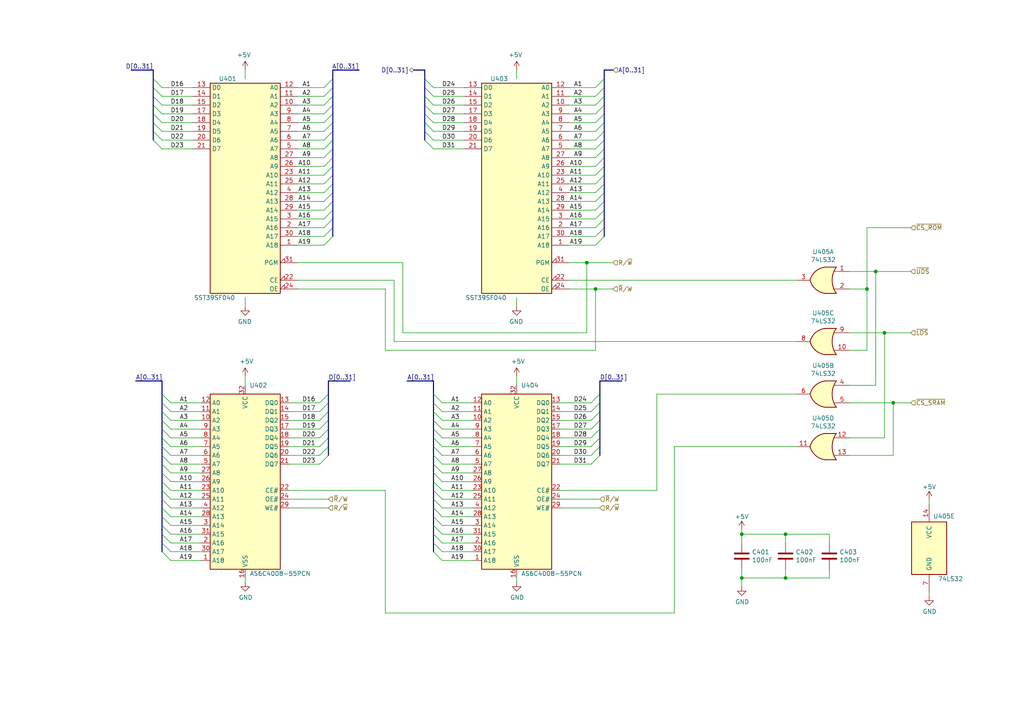
<source format=kicad_sch>
(kicad_sch (version 20211123) (generator eeschema)
  (paper "A4")
  (lib_symbols
    (symbol "74xx:74LS32" (pin_names (offset 1.016))
      (property "Reference" "U" (at 0 1.27 0))
      (property "Value" "74LS32" (at 0 -1.27 0))
      (symbol "74LS32_1_1"
        (arc (start -3.81 -3.81) (mid -2.589 0) (end -3.81 3.81) (stroke (width 0.254)))
        (arc (start -0.6096 -3.81) (mid 2.1855 -2.584) (end 3.81 0) (stroke (width 0.254)) (fill (type background)))
        (polyline (pts (xy -3.81 -3.81) (xy -0.635 -3.81)) (stroke (width 0.254)) (fill (type background)))
        (polyline (pts (xy -3.81 3.81) (xy -0.635 3.81)) (stroke (width 0.254)) (fill (type background)))
        (polyline (pts (xy -0.635 3.81) (xy -3.81 3.81) (xy -3.81 3.81) (xy -3.556 3.4036) (xy -3.0226 2.2606) (xy -2.6924 1.0414) (xy -2.6162 -0.254) (xy -2.7686 -1.4986) (xy -3.175 -2.7178) (xy -3.81 -3.81) (xy -3.81 -3.81) (xy -0.635 -3.81)) (stroke (width -25.4)) (fill (type background)))
        (arc (start 3.81 0) (mid 2.1928 2.5925) (end -0.6096 3.81) (stroke (width 0.254)) (fill (type background)))
        (pin input line (at -7.62 2.54 0) (length 4.318) (name "~") (number "1"))
        (pin input line (at -7.62 -2.54 0) (length 4.318) (name "~") (number "2"))
        (pin output line (at 7.62 0 180) (length 3.81) (name "~") (number "3"))
      )
      (symbol "74LS32_1_2"
        (arc (start 0 -3.81) (mid 3.81 0) (end 0 3.81) (stroke (width 0.254)) (fill (type background)))
        (polyline (pts (xy 0 3.81) (xy -3.81 3.81) (xy -3.81 -3.81) (xy 0 -3.81)) (stroke (width 0.254)) (fill (type background)))
        (pin input inverted (at -7.62 2.54 0) (length 3.81) (name "~") (number "1"))
        (pin input inverted (at -7.62 -2.54 0) (length 3.81) (name "~") (number "2"))
        (pin output inverted (at 7.62 0 180) (length 3.81) (name "~") (number "3"))
      )
      (symbol "74LS32_2_1"
        (arc (start -3.81 -3.81) (mid -2.589 0) (end -3.81 3.81) (stroke (width 0.254)))
        (arc (start -0.6096 -3.81) (mid 2.1855 -2.584) (end 3.81 0) (stroke (width 0.254)) (fill (type background)))
        (polyline (pts (xy -3.81 -3.81) (xy -0.635 -3.81)) (stroke (width 0.254)) (fill (type background)))
        (polyline (pts (xy -3.81 3.81) (xy -0.635 3.81)) (stroke (width 0.254)) (fill (type background)))
        (polyline (pts (xy -0.635 3.81) (xy -3.81 3.81) (xy -3.81 3.81) (xy -3.556 3.4036) (xy -3.0226 2.2606) (xy -2.6924 1.0414) (xy -2.6162 -0.254) (xy -2.7686 -1.4986) (xy -3.175 -2.7178) (xy -3.81 -3.81) (xy -3.81 -3.81) (xy -0.635 -3.81)) (stroke (width -25.4)) (fill (type background)))
        (arc (start 3.81 0) (mid 2.1928 2.5925) (end -0.6096 3.81) (stroke (width 0.254)) (fill (type background)))
        (pin input line (at -7.62 2.54 0) (length 4.318) (name "~") (number "4"))
        (pin input line (at -7.62 -2.54 0) (length 4.318) (name "~") (number "5"))
        (pin output line (at 7.62 0 180) (length 3.81) (name "~") (number "6"))
      )
      (symbol "74LS32_2_2"
        (arc (start 0 -3.81) (mid 3.81 0) (end 0 3.81) (stroke (width 0.254)) (fill (type background)))
        (polyline (pts (xy 0 3.81) (xy -3.81 3.81) (xy -3.81 -3.81) (xy 0 -3.81)) (stroke (width 0.254)) (fill (type background)))
        (pin input inverted (at -7.62 2.54 0) (length 3.81) (name "~") (number "4"))
        (pin input inverted (at -7.62 -2.54 0) (length 3.81) (name "~") (number "5"))
        (pin output inverted (at 7.62 0 180) (length 3.81) (name "~") (number "6"))
      )
      (symbol "74LS32_3_1"
        (arc (start -3.81 -3.81) (mid -2.589 0) (end -3.81 3.81) (stroke (width 0.254)))
        (arc (start -0.6096 -3.81) (mid 2.1855 -2.584) (end 3.81 0) (stroke (width 0.254)) (fill (type background)))
        (polyline (pts (xy -3.81 -3.81) (xy -0.635 -3.81)) (stroke (width 0.254)) (fill (type background)))
        (polyline (pts (xy -3.81 3.81) (xy -0.635 3.81)) (stroke (width 0.254)) (fill (type background)))
        (polyline (pts (xy -0.635 3.81) (xy -3.81 3.81) (xy -3.81 3.81) (xy -3.556 3.4036) (xy -3.0226 2.2606) (xy -2.6924 1.0414) (xy -2.6162 -0.254) (xy -2.7686 -1.4986) (xy -3.175 -2.7178) (xy -3.81 -3.81) (xy -3.81 -3.81) (xy -0.635 -3.81)) (stroke (width -25.4)) (fill (type background)))
        (arc (start 3.81 0) (mid 2.1928 2.5925) (end -0.6096 3.81) (stroke (width 0.254)) (fill (type background)))
        (pin input line (at -7.62 -2.54 0) (length 4.318) (name "~") (number "10"))
        (pin output line (at 7.62 0 180) (length 3.81) (name "~") (number "8"))
        (pin input line (at -7.62 2.54 0) (length 4.318) (name "~") (number "9"))
      )
      (symbol "74LS32_3_2"
        (arc (start 0 -3.81) (mid 3.81 0) (end 0 3.81) (stroke (width 0.254)) (fill (type background)))
        (polyline (pts (xy 0 3.81) (xy -3.81 3.81) (xy -3.81 -3.81) (xy 0 -3.81)) (stroke (width 0.254)) (fill (type background)))
        (pin input inverted (at -7.62 -2.54 0) (length 3.81) (name "~") (number "10"))
        (pin output inverted (at 7.62 0 180) (length 3.81) (name "~") (number "8"))
        (pin input inverted (at -7.62 2.54 0) (length 3.81) (name "~") (number "9"))
      )
      (symbol "74LS32_4_1"
        (arc (start -3.81 -3.81) (mid -2.589 0) (end -3.81 3.81) (stroke (width 0.254)))
        (arc (start -0.6096 -3.81) (mid 2.1855 -2.584) (end 3.81 0) (stroke (width 0.254)) (fill (type background)))
        (polyline (pts (xy -3.81 -3.81) (xy -0.635 -3.81)) (stroke (width 0.254)) (fill (type background)))
        (polyline (pts (xy -3.81 3.81) (xy -0.635 3.81)) (stroke (width 0.254)) (fill (type background)))
        (polyline (pts (xy -0.635 3.81) (xy -3.81 3.81) (xy -3.81 3.81) (xy -3.556 3.4036) (xy -3.0226 2.2606) (xy -2.6924 1.0414) (xy -2.6162 -0.254) (xy -2.7686 -1.4986) (xy -3.175 -2.7178) (xy -3.81 -3.81) (xy -3.81 -3.81) (xy -0.635 -3.81)) (stroke (width -25.4)) (fill (type background)))
        (arc (start 3.81 0) (mid 2.1928 2.5925) (end -0.6096 3.81) (stroke (width 0.254)) (fill (type background)))
        (pin output line (at 7.62 0 180) (length 3.81) (name "~") (number "11"))
        (pin input line (at -7.62 2.54 0) (length 4.318) (name "~") (number "12"))
        (pin input line (at -7.62 -2.54 0) (length 4.318) (name "~") (number "13"))
      )
      (symbol "74LS32_4_2"
        (arc (start 0 -3.81) (mid 3.81 0) (end 0 3.81) (stroke (width 0.254)) (fill (type background)))
        (polyline (pts (xy 0 3.81) (xy -3.81 3.81) (xy -3.81 -3.81) (xy 0 -3.81)) (stroke (width 0.254)) (fill (type background)))
        (pin output inverted (at 7.62 0 180) (length 3.81) (name "~") (number "11"))
        (pin input inverted (at -7.62 2.54 0) (length 3.81) (name "~") (number "12"))
        (pin input inverted (at -7.62 -2.54 0) (length 3.81) (name "~") (number "13"))
      )
      (symbol "74LS32_5_0"
        (pin power_in line (at 0 12.7 270) (length 5.08) (name "VCC") (number "14"))
        (pin power_in line (at 0 -12.7 90) (length 5.08) (name "GND") (number "7"))
      )
      (symbol "74LS32_5_1"
        (rectangle (start -5.08 7.62) (end 5.08 -7.62) (stroke (width 0.254)) (fill (type background)))
      )
    )
    (symbol "Device:C" (pin_numbers hide) (pin_names (offset 0.254))
      (property "Reference" "C" (at 0.635 2.54 0))
      (property "Value" "C" (at 0.635 -2.54 0))
      (symbol "C_0_1"
        (polyline (pts (xy -2.032 -0.762) (xy 2.032 -0.762)) (stroke (width 0.508)))
        (polyline (pts (xy -2.032 0.762) (xy 2.032 0.762)) (stroke (width 0.508)))
      )
      (symbol "C_1_1"
        (pin passive line (at 0 3.81 270) (length 2.794) (name "~") (number "1"))
        (pin passive line (at 0 -3.81 90) (length 2.794) (name "~") (number "2"))
      )
    )
    (symbol "Memory_Flash:SST39SF040"
      (property "Reference" "U" (at 2.54 33.02 0))
      (property "Value" "SST39SF040" (at 0 -30.48 0))
      (symbol "SST39SF040_0_0"
        (pin power_in line (at 0 -30.48 90) (length 1.27) hide (name "GND") (number "16"))
        (pin power_in line (at 0 33.02 270) (length 1.27) hide (name "VCC") (number "32"))
      )
      (symbol "SST39SF040_0_1"
        (rectangle (start -10.16 31.75) (end 10.16 -29.21) (stroke (width 0.254)) (fill (type background)))
      )
      (symbol "SST39SF040_1_1"
        (pin input line (at -15.24 -15.24 0) (length 5.08) (name "A18") (number "1"))
        (pin input line (at -15.24 25.4 0) (length 5.08) (name "A2") (number "10"))
        (pin input line (at -15.24 27.94 0) (length 5.08) (name "A1") (number "11"))
        (pin input line (at -15.24 30.48 0) (length 5.08) (name "A0") (number "12"))
        (pin tri_state line (at 15.24 30.48 180) (length 5.08) (name "D0") (number "13"))
        (pin tri_state line (at 15.24 27.94 180) (length 5.08) (name "D1") (number "14"))
        (pin tri_state line (at 15.24 25.4 180) (length 5.08) (name "D2") (number "15"))
        (pin tri_state line (at 15.24 22.86 180) (length 5.08) (name "D3") (number "17"))
        (pin tri_state line (at 15.24 20.32 180) (length 5.08) (name "D4") (number "18"))
        (pin tri_state line (at 15.24 17.78 180) (length 5.08) (name "D5") (number "19"))
        (pin input line (at -15.24 -10.16 0) (length 5.08) (name "A16") (number "2"))
        (pin tri_state line (at 15.24 15.24 180) (length 5.08) (name "D6") (number "20"))
        (pin tri_state line (at 15.24 12.7 180) (length 5.08) (name "D7") (number "21"))
        (pin input input_low (at -15.24 -25.4 0) (length 5.08) (name "CE") (number "22"))
        (pin input line (at -15.24 5.08 0) (length 5.08) (name "A10") (number "23"))
        (pin input input_low (at -15.24 -27.94 0) (length 5.08) (name "OE") (number "24"))
        (pin input line (at -15.24 2.54 0) (length 5.08) (name "A11") (number "25"))
        (pin input line (at -15.24 7.62 0) (length 5.08) (name "A9") (number "26"))
        (pin input line (at -15.24 10.16 0) (length 5.08) (name "A8") (number "27"))
        (pin input line (at -15.24 -2.54 0) (length 5.08) (name "A13") (number "28"))
        (pin input line (at -15.24 -5.08 0) (length 5.08) (name "A14") (number "29"))
        (pin input line (at -15.24 -7.62 0) (length 5.08) (name "A15") (number "3"))
        (pin input line (at -15.24 -12.7 0) (length 5.08) (name "A17") (number "30"))
        (pin input input_low (at -15.24 -20.32 0) (length 5.08) (name "PGM") (number "31"))
        (pin input line (at -15.24 0 0) (length 5.08) (name "A12") (number "4"))
        (pin input line (at -15.24 12.7 0) (length 5.08) (name "A7") (number "5"))
        (pin input line (at -15.24 15.24 0) (length 5.08) (name "A6") (number "6"))
        (pin input line (at -15.24 17.78 0) (length 5.08) (name "A5") (number "7"))
        (pin input line (at -15.24 20.32 0) (length 5.08) (name "A4") (number "8"))
        (pin input line (at -15.24 22.86 0) (length 5.08) (name "A3") (number "9"))
      )
    )
    (symbol "Memory_RAM:AS6C4008-55PCN"
      (property "Reference" "U" (at -10.16 26.035 0))
      (property "Value" "AS6C4008-55PCN" (at 2.54 26.035 0))
      (symbol "AS6C4008-55PCN_0_0"
        (pin power_in line (at 0 -27.94 90) (length 2.54) (name "VSS") (number "16"))
        (pin power_in line (at 0 27.94 270) (length 2.54) (name "VCC") (number "32"))
      )
      (symbol "AS6C4008-55PCN_0_1"
        (rectangle (start -10.16 25.4) (end 10.16 -25.4) (stroke (width 0.254)) (fill (type background)))
      )
      (symbol "AS6C4008-55PCN_1_1"
        (pin input line (at -12.7 -22.86 0) (length 2.54) (name "A18") (number "1"))
        (pin input line (at -12.7 17.78 0) (length 2.54) (name "A2") (number "10"))
        (pin input line (at -12.7 20.32 0) (length 2.54) (name "A1") (number "11"))
        (pin input line (at -12.7 22.86 0) (length 2.54) (name "A0") (number "12"))
        (pin tri_state line (at 12.7 22.86 180) (length 2.54) (name "DQ0") (number "13"))
        (pin tri_state line (at 12.7 20.32 180) (length 2.54) (name "DQ1") (number "14"))
        (pin tri_state line (at 12.7 17.78 180) (length 2.54) (name "DQ2") (number "15"))
        (pin tri_state line (at 12.7 15.24 180) (length 2.54) (name "DQ3") (number "17"))
        (pin tri_state line (at 12.7 12.7 180) (length 2.54) (name "DQ4") (number "18"))
        (pin tri_state line (at 12.7 10.16 180) (length 2.54) (name "DQ5") (number "19"))
        (pin input line (at -12.7 -17.78 0) (length 2.54) (name "A16") (number "2"))
        (pin tri_state line (at 12.7 7.62 180) (length 2.54) (name "DQ6") (number "20"))
        (pin tri_state line (at 12.7 5.08 180) (length 2.54) (name "DQ7") (number "21"))
        (pin input line (at 12.7 -2.54 180) (length 2.54) (name "CE#") (number "22"))
        (pin input line (at -12.7 -2.54 0) (length 2.54) (name "A10") (number "23"))
        (pin input line (at 12.7 -5.08 180) (length 2.54) (name "OE#") (number "24"))
        (pin input line (at -12.7 -5.08 0) (length 2.54) (name "A11") (number "25"))
        (pin input line (at -12.7 0 0) (length 2.54) (name "A9") (number "26"))
        (pin input line (at -12.7 2.54 0) (length 2.54) (name "A8") (number "27"))
        (pin input line (at -12.7 -10.16 0) (length 2.54) (name "A13") (number "28"))
        (pin input line (at 12.7 -7.62 180) (length 2.54) (name "WE#") (number "29"))
        (pin input line (at -12.7 -12.7 0) (length 2.54) (name "A14") (number "3"))
        (pin input line (at -12.7 -20.32 0) (length 2.54) (name "A17") (number "30"))
        (pin input line (at -12.7 -15.24 0) (length 2.54) (name "A15") (number "31"))
        (pin input line (at -12.7 -7.62 0) (length 2.54) (name "A12") (number "4"))
        (pin input line (at -12.7 5.08 0) (length 2.54) (name "A7") (number "5"))
        (pin input line (at -12.7 7.62 0) (length 2.54) (name "A6") (number "6"))
        (pin input line (at -12.7 10.16 0) (length 2.54) (name "A5") (number "7"))
        (pin input line (at -12.7 12.7 0) (length 2.54) (name "A4") (number "8"))
        (pin input line (at -12.7 15.24 0) (length 2.54) (name "A3") (number "9"))
      )
    )
    (symbol "power:+5V" (power) (pin_names (offset 0))
      (property "Value" "+5V" (at 0 3.556 0))
      (symbol "+5V_0_1"
        (polyline (pts (xy -0.762 1.27) (xy 0 2.54)))
        (polyline (pts (xy 0 0) (xy 0 2.54)))
        (polyline (pts (xy 0 2.54) (xy 0.762 1.27)))
      )
      (symbol "+5V_1_1"
        (pin power_in line (at 0 0 90) (length 0) hide (name "+5V") (number "1"))
      )
    )
    (symbol "power:GND" (power) (pin_names (offset 0))
      (property "Value" "GND" (at 0 -3.81 0))
      (symbol "GND_0_1"
        (polyline (pts (xy 0 0) (xy 0 -1.27) (xy 1.27 -1.27) (xy 0 -2.54) (xy -1.27 -1.27) (xy 0 -1.27)))
      )
      (symbol "GND_1_1"
        (pin power_in line (at 0 0 270) (length 0) hide (name "GND") (number "1"))
      )
    )
  )
  (junction (at 215.138 167.64))
  (junction (at 251.46 83.82))
  (junction (at 215.138 154.94))
  (junction (at 227.838 167.64))
  (junction (at 172.72 83.82))
  (junction (at 227.838 154.94))
  (junction (at 256.54 96.52))
  (junction (at 254 78.74))
  (junction (at 259.08 116.84))
  (junction (at 170.18 76.2))
  (bus_entry (at 96.52 60.96) (size -2.54 2.54))
  (bus_entry (at 96.52 35.56) (size -2.54 2.54))
  (bus_entry (at 46.99 116.84) (size 2.54 2.54))
  (bus_entry (at 173.99 127) (size -2.54 2.54))
  (bus_entry (at 125.73 129.54) (size 2.54 2.54))
  (bus_entry (at 96.52 53.34) (size -2.54 2.54))
  (bus_entry (at 46.99 132.08) (size 2.54 2.54))
  (bus_entry (at 125.73 144.78) (size 2.54 2.54))
  (bus_entry (at 96.52 33.02) (size -2.54 2.54))
  (bus_entry (at 173.99 121.92) (size -2.54 2.54))
  (bus_entry (at 95.25 127) (size -2.54 2.54))
  (bus_entry (at 125.73 152.4) (size 2.54 2.54))
  (bus_entry (at 46.99 154.94) (size 2.54 2.54))
  (bus_entry (at 123.19 25.4) (size 2.54 2.54))
  (bus_entry (at 46.99 129.54) (size 2.54 2.54))
  (bus_entry (at 96.52 40.64) (size -2.54 2.54))
  (bus_entry (at 125.73 121.92) (size 2.54 2.54))
  (bus_entry (at 95.25 121.92) (size -2.54 2.54))
  (bus_entry (at 123.19 30.48) (size 2.54 2.54))
  (bus_entry (at 44.45 38.1) (size 2.54 2.54))
  (bus_entry (at 44.45 27.94) (size 2.54 2.54))
  (bus_entry (at 125.73 142.24) (size 2.54 2.54))
  (bus_entry (at 96.52 30.48) (size -2.54 2.54))
  (bus_entry (at 175.26 45.72) (size -2.54 2.54))
  (bus_entry (at 125.73 149.86) (size 2.54 2.54))
  (bus_entry (at 95.25 119.38) (size -2.54 2.54))
  (bus_entry (at 95.25 114.3) (size -2.54 2.54))
  (bus_entry (at 46.99 121.92) (size 2.54 2.54))
  (bus_entry (at 175.26 68.58) (size -2.54 2.54))
  (bus_entry (at 175.26 43.18) (size -2.54 2.54))
  (bus_entry (at 175.26 53.34) (size -2.54 2.54))
  (bus_entry (at 96.52 27.94) (size -2.54 2.54))
  (bus_entry (at 96.52 50.8) (size -2.54 2.54))
  (bus_entry (at 44.45 25.4) (size 2.54 2.54))
  (bus_entry (at 125.73 160.02) (size 2.54 2.54))
  (bus_entry (at 46.99 149.86) (size 2.54 2.54))
  (bus_entry (at 44.45 30.48) (size 2.54 2.54))
  (bus_entry (at 44.45 40.64) (size 2.54 2.54))
  (bus_entry (at 96.52 43.18) (size -2.54 2.54))
  (bus_entry (at 46.99 157.48) (size 2.54 2.54))
  (bus_entry (at 173.99 129.54) (size -2.54 2.54))
  (bus_entry (at 125.73 132.08) (size 2.54 2.54))
  (bus_entry (at 46.99 124.46) (size 2.54 2.54))
  (bus_entry (at 125.73 127) (size 2.54 2.54))
  (bus_entry (at 175.26 33.02) (size -2.54 2.54))
  (bus_entry (at 46.99 134.62) (size 2.54 2.54))
  (bus_entry (at 46.99 139.7) (size 2.54 2.54))
  (bus_entry (at 44.45 22.86) (size 2.54 2.54))
  (bus_entry (at 175.26 48.26) (size -2.54 2.54))
  (bus_entry (at 175.26 60.96) (size -2.54 2.54))
  (bus_entry (at 123.19 27.94) (size 2.54 2.54))
  (bus_entry (at 125.73 114.3) (size 2.54 2.54))
  (bus_entry (at 125.73 139.7) (size 2.54 2.54))
  (bus_entry (at 96.52 38.1) (size -2.54 2.54))
  (bus_entry (at 46.99 114.3) (size 2.54 2.54))
  (bus_entry (at 44.45 35.56) (size 2.54 2.54))
  (bus_entry (at 175.26 35.56) (size -2.54 2.54))
  (bus_entry (at 173.99 124.46) (size -2.54 2.54))
  (bus_entry (at 96.52 25.4) (size -2.54 2.54))
  (bus_entry (at 125.73 124.46) (size 2.54 2.54))
  (bus_entry (at 175.26 25.4) (size -2.54 2.54))
  (bus_entry (at 95.25 129.54) (size -2.54 2.54))
  (bus_entry (at 175.26 38.1) (size -2.54 2.54))
  (bus_entry (at 173.99 116.84) (size -2.54 2.54))
  (bus_entry (at 95.25 124.46) (size -2.54 2.54))
  (bus_entry (at 46.99 137.16) (size 2.54 2.54))
  (bus_entry (at 175.26 66.04) (size -2.54 2.54))
  (bus_entry (at 173.99 119.38) (size -2.54 2.54))
  (bus_entry (at 125.73 147.32) (size 2.54 2.54))
  (bus_entry (at 175.26 22.86) (size -2.54 2.54))
  (bus_entry (at 175.26 58.42) (size -2.54 2.54))
  (bus_entry (at 123.19 22.86) (size 2.54 2.54))
  (bus_entry (at 96.52 22.86) (size -2.54 2.54))
  (bus_entry (at 96.52 58.42) (size -2.54 2.54))
  (bus_entry (at 96.52 66.04) (size -2.54 2.54))
  (bus_entry (at 46.99 160.02) (size 2.54 2.54))
  (bus_entry (at 175.26 27.94) (size -2.54 2.54))
  (bus_entry (at 46.99 147.32) (size 2.54 2.54))
  (bus_entry (at 125.73 119.38) (size 2.54 2.54))
  (bus_entry (at 46.99 142.24) (size 2.54 2.54))
  (bus_entry (at 95.25 132.08) (size -2.54 2.54))
  (bus_entry (at 96.52 63.5) (size -2.54 2.54))
  (bus_entry (at 175.26 40.64) (size -2.54 2.54))
  (bus_entry (at 125.73 137.16) (size 2.54 2.54))
  (bus_entry (at 125.73 154.94) (size 2.54 2.54))
  (bus_entry (at 96.52 48.26) (size -2.54 2.54))
  (bus_entry (at 96.52 45.72) (size -2.54 2.54))
  (bus_entry (at 173.99 132.08) (size -2.54 2.54))
  (bus_entry (at 175.26 55.88) (size -2.54 2.54))
  (bus_entry (at 46.99 127) (size 2.54 2.54))
  (bus_entry (at 123.19 33.02) (size 2.54 2.54))
  (bus_entry (at 175.26 30.48) (size -2.54 2.54))
  (bus_entry (at 46.99 119.38) (size 2.54 2.54))
  (bus_entry (at 44.45 33.02) (size 2.54 2.54))
  (bus_entry (at 96.52 55.88) (size -2.54 2.54))
  (bus_entry (at 95.25 116.84) (size -2.54 2.54))
  (bus_entry (at 123.19 38.1) (size 2.54 2.54))
  (bus_entry (at 123.19 35.56) (size 2.54 2.54))
  (bus_entry (at 125.73 116.84) (size 2.54 2.54))
  (bus_entry (at 125.73 157.48) (size 2.54 2.54))
  (bus_entry (at 96.52 68.58) (size -2.54 2.54))
  (bus_entry (at 123.19 40.64) (size 2.54 2.54))
  (bus_entry (at 175.26 50.8) (size -2.54 2.54))
  (bus_entry (at 173.99 114.3) (size -2.54 2.54))
  (bus_entry (at 125.73 134.62) (size 2.54 2.54))
  (bus_entry (at 46.99 152.4) (size 2.54 2.54))
  (bus_entry (at 46.99 144.78) (size 2.54 2.54))
  (bus_entry (at 175.26 63.5) (size -2.54 2.54))
  (bus (pts (xy 175.26 33.02) (xy 175.26 35.56)))
  (wire (pts (xy 71.12 20.32) (xy 71.12 22.86)))
  (wire (pts (xy 93.98 50.8) (xy 86.36 50.8)))
  (wire (pts (xy 92.71 134.62) (xy 83.82 134.62)))
  (wire (pts (xy 227.838 154.94) (xy 240.538 154.94)))
  (wire (pts (xy 240.538 167.64) (xy 227.838 167.64)))
  (bus (pts (xy 175.26 25.4) (xy 175.26 27.94)))
  (bus (pts (xy 96.52 40.64) (xy 96.52 43.18)))
  (wire (pts (xy 170.18 76.2) (xy 177.8 76.2)))
  (wire (pts (xy 128.27 132.08) (xy 137.16 132.08)))
  (wire (pts (xy 55.88 25.4) (xy 46.99 25.4)))
  (bus (pts (xy 123.19 25.4) (xy 123.19 27.94)))
  (wire (pts (xy 71.12 88.9) (xy 71.12 86.36)))
  (wire (pts (xy 254 78.74) (xy 254 111.76)))
  (bus (pts (xy 123.19 35.56) (xy 123.19 38.1)))
  (wire (pts (xy 128.27 162.56) (xy 137.16 162.56)))
  (wire (pts (xy 114.3 81.28) (xy 86.36 81.28)))
  (bus (pts (xy 123.19 33.02) (xy 123.19 35.56)))
  (bus (pts (xy 44.45 30.48) (xy 44.45 33.02)))
  (wire (pts (xy 58.42 124.46) (xy 49.53 124.46)))
  (bus (pts (xy 125.73 134.62) (xy 125.73 137.16)))
  (bus (pts (xy 44.45 35.56) (xy 44.45 38.1)))
  (wire (pts (xy 83.82 127) (xy 92.71 127)))
  (wire (pts (xy 172.72 25.4) (xy 165.1 25.4)))
  (wire (pts (xy 83.82 116.84) (xy 92.71 116.84)))
  (bus (pts (xy 96.52 27.94) (xy 96.52 30.48)))
  (bus (pts (xy 44.45 25.4) (xy 44.45 27.94)))
  (wire (pts (xy 114.3 99.06) (xy 114.3 81.28)))
  (wire (pts (xy 86.36 48.26) (xy 93.98 48.26)))
  (wire (pts (xy 215.138 167.64) (xy 215.138 170.18)))
  (bus (pts (xy 95.25 119.38) (xy 95.25 121.92)))
  (wire (pts (xy 134.62 25.4) (xy 125.73 25.4)))
  (bus (pts (xy 125.73 152.4) (xy 125.73 154.94)))
  (wire (pts (xy 137.16 144.78) (xy 128.27 144.78)))
  (bus (pts (xy 175.26 45.72) (xy 175.26 48.26)))
  (wire (pts (xy 172.72 83.82) (xy 177.8 83.82)))
  (wire (pts (xy 58.42 160.02) (xy 49.53 160.02)))
  (wire (pts (xy 137.16 119.38) (xy 128.27 119.38)))
  (bus (pts (xy 46.99 154.94) (xy 46.99 157.48)))
  (bus (pts (xy 125.73 114.3) (xy 125.73 116.84)))
  (wire (pts (xy 93.98 60.96) (xy 86.36 60.96)))
  (wire (pts (xy 46.99 38.1) (xy 55.88 38.1)))
  (wire (pts (xy 134.62 30.48) (xy 125.73 30.48)))
  (bus (pts (xy 96.52 66.04) (xy 96.52 68.58)))
  (bus (pts (xy 173.99 119.38) (xy 173.99 121.92)))
  (wire (pts (xy 125.73 33.02) (xy 134.62 33.02)))
  (bus (pts (xy 125.73 142.24) (xy 125.73 144.78)))
  (wire (pts (xy 93.98 25.4) (xy 86.36 25.4)))
  (wire (pts (xy 49.53 147.32) (xy 58.42 147.32)))
  (bus (pts (xy 96.52 48.26) (xy 96.52 50.8)))
  (bus (pts (xy 96.52 53.34) (xy 96.52 55.88)))
  (wire (pts (xy 93.98 66.04) (xy 86.36 66.04)))
  (bus (pts (xy 173.99 129.54) (xy 173.99 132.08)))
  (wire (pts (xy 128.27 152.4) (xy 137.16 152.4)))
  (wire (pts (xy 137.16 154.94) (xy 128.27 154.94)))
  (wire (pts (xy 46.99 43.18) (xy 55.88 43.18)))
  (bus (pts (xy 46.99 124.46) (xy 46.99 127)))
  (bus (pts (xy 95.25 110.49) (xy 101.6 110.49)))
  (wire (pts (xy 83.82 142.24) (xy 111.76 142.24)))
  (bus (pts (xy 44.45 20.32) (xy 44.45 22.86)))
  (bus (pts (xy 173.99 110.49) (xy 180.34 110.49)))
  (wire (pts (xy 128.27 137.16) (xy 137.16 137.16)))
  (wire (pts (xy 93.98 71.12) (xy 86.36 71.12)))
  (bus (pts (xy 123.19 38.1) (xy 123.19 40.64)))
  (bus (pts (xy 175.26 35.56) (xy 175.26 38.1)))
  (wire (pts (xy 49.53 116.84) (xy 58.42 116.84)))
  (bus (pts (xy 173.99 114.3) (xy 173.99 116.84)))
  (wire (pts (xy 93.98 30.48) (xy 86.36 30.48)))
  (bus (pts (xy 44.45 33.02) (xy 44.45 35.56)))
  (wire (pts (xy 111.76 177.8) (xy 195.58 177.8)))
  (wire (pts (xy 46.99 27.94) (xy 55.88 27.94)))
  (wire (pts (xy 86.36 38.1) (xy 93.98 38.1)))
  (wire (pts (xy 165.1 68.58) (xy 172.72 68.58)))
  (bus (pts (xy 95.25 114.3) (xy 95.25 116.84)))
  (bus (pts (xy 173.99 127) (xy 173.99 129.54)))
  (bus (pts (xy 95.25 110.49) (xy 95.25 114.3)))
  (wire (pts (xy 171.45 119.38) (xy 162.56 119.38)))
  (wire (pts (xy 149.86 88.9) (xy 149.86 86.36)))
  (wire (pts (xy 254 111.76) (xy 246.38 111.76)))
  (wire (pts (xy 58.42 129.54) (xy 49.53 129.54)))
  (wire (pts (xy 86.36 53.34) (xy 93.98 53.34)))
  (wire (pts (xy 86.36 27.94) (xy 93.98 27.94)))
  (bus (pts (xy 96.52 60.96) (xy 96.52 63.5)))
  (bus (pts (xy 125.73 132.08) (xy 125.73 134.62)))
  (wire (pts (xy 134.62 40.64) (xy 125.73 40.64)))
  (wire (pts (xy 46.99 33.02) (xy 55.88 33.02)))
  (bus (pts (xy 46.99 137.16) (xy 46.99 139.7)))
  (bus (pts (xy 175.26 22.86) (xy 175.26 25.4)))
  (wire (pts (xy 227.838 165.1) (xy 227.838 167.64)))
  (bus (pts (xy 96.52 22.86) (xy 96.52 25.4)))
  (bus (pts (xy 46.99 114.3) (xy 46.99 116.84)))
  (bus (pts (xy 125.73 121.92) (xy 125.73 124.46)))
  (wire (pts (xy 93.98 40.64) (xy 86.36 40.64)))
  (wire (pts (xy 58.42 144.78) (xy 49.53 144.78)))
  (wire (pts (xy 149.86 20.32) (xy 149.86 22.86)))
  (wire (pts (xy 256.54 96.52) (xy 264.16 96.52)))
  (wire (pts (xy 71.12 109.22) (xy 71.12 111.76)))
  (wire (pts (xy 71.12 168.91) (xy 71.12 167.64)))
  (wire (pts (xy 49.53 121.92) (xy 58.42 121.92)))
  (bus (pts (xy 125.73 154.94) (xy 125.73 157.48)))
  (bus (pts (xy 96.52 20.32) (xy 96.52 22.86)))
  (bus (pts (xy 96.52 33.02) (xy 96.52 35.56)))
  (bus (pts (xy 44.45 20.32) (xy 38.1 20.32)))
  (wire (pts (xy 149.86 109.22) (xy 149.86 111.76)))
  (wire (pts (xy 165.1 83.82) (xy 172.72 83.82)))
  (bus (pts (xy 95.25 121.92) (xy 95.25 124.46)))
  (wire (pts (xy 58.42 119.38) (xy 49.53 119.38)))
  (wire (pts (xy 259.08 116.84) (xy 264.16 116.84)))
  (wire (pts (xy 83.82 132.08) (xy 92.71 132.08)))
  (wire (pts (xy 165.1 81.28) (xy 231.14 81.28)))
  (wire (pts (xy 195.58 177.8) (xy 195.58 129.54)))
  (bus (pts (xy 95.25 129.54) (xy 95.25 132.08)))
  (wire (pts (xy 165.1 38.1) (xy 172.72 38.1)))
  (wire (pts (xy 49.53 152.4) (xy 58.42 152.4)))
  (bus (pts (xy 96.52 45.72) (xy 96.52 48.26)))
  (bus (pts (xy 175.26 53.34) (xy 175.26 55.88)))
  (wire (pts (xy 215.138 157.48) (xy 215.138 154.94)))
  (bus (pts (xy 46.99 134.62) (xy 46.99 137.16)))
  (bus (pts (xy 125.73 147.32) (xy 125.73 149.86)))
  (wire (pts (xy 246.38 78.74) (xy 254 78.74)))
  (wire (pts (xy 172.72 101.6) (xy 111.76 101.6)))
  (wire (pts (xy 171.45 134.62) (xy 162.56 134.62)))
  (bus (pts (xy 125.73 137.16) (xy 125.73 139.7)))
  (bus (pts (xy 46.99 152.4) (xy 46.99 154.94)))
  (bus (pts (xy 125.73 116.84) (xy 125.73 119.38)))
  (bus (pts (xy 175.26 43.18) (xy 175.26 45.72)))
  (wire (pts (xy 215.138 154.94) (xy 215.138 153.67)))
  (wire (pts (xy 215.138 165.1) (xy 215.138 167.64)))
  (wire (pts (xy 93.98 55.88) (xy 86.36 55.88)))
  (bus (pts (xy 46.99 132.08) (xy 46.99 134.62)))
  (wire (pts (xy 49.53 137.16) (xy 58.42 137.16)))
  (wire (pts (xy 58.42 139.7) (xy 49.53 139.7)))
  (bus (pts (xy 96.52 58.42) (xy 96.52 60.96)))
  (wire (pts (xy 162.56 121.92) (xy 171.45 121.92)))
  (wire (pts (xy 137.16 149.86) (xy 128.27 149.86)))
  (bus (pts (xy 44.45 22.86) (xy 44.45 25.4)))
  (bus (pts (xy 175.26 48.26) (xy 175.26 50.8)))
  (wire (pts (xy 114.3 99.06) (xy 231.14 99.06)))
  (wire (pts (xy 137.16 134.62) (xy 128.27 134.62)))
  (wire (pts (xy 49.53 157.48) (xy 58.42 157.48)))
  (bus (pts (xy 46.99 139.7) (xy 46.99 142.24)))
  (bus (pts (xy 96.52 38.1) (xy 96.52 40.64)))
  (wire (pts (xy 125.73 38.1) (xy 134.62 38.1)))
  (wire (pts (xy 246.38 116.84) (xy 259.08 116.84)))
  (wire (pts (xy 240.538 157.48) (xy 240.538 154.94)))
  (bus (pts (xy 46.99 127) (xy 46.99 129.54)))
  (bus (pts (xy 120.015 20.32) (xy 123.19 20.32)))
  (wire (pts (xy 190.5 114.3) (xy 231.14 114.3)))
  (wire (pts (xy 165.1 58.42) (xy 172.72 58.42)))
  (bus (pts (xy 46.99 110.49) (xy 46.99 114.3)))
  (bus (pts (xy 175.26 63.5) (xy 175.26 66.04)))
  (bus (pts (xy 46.99 157.48) (xy 46.99 160.02)))
  (bus (pts (xy 125.73 124.46) (xy 125.73 127)))
  (bus (pts (xy 46.99 116.84) (xy 46.99 119.38)))
  (wire (pts (xy 246.38 132.08) (xy 259.08 132.08)))
  (wire (pts (xy 251.46 66.04) (xy 251.46 83.82)))
  (wire (pts (xy 149.86 168.91) (xy 149.86 167.64)))
  (bus (pts (xy 96.52 25.4) (xy 96.52 27.94)))
  (bus (pts (xy 175.26 30.48) (xy 175.26 33.02)))
  (wire (pts (xy 58.42 134.62) (xy 49.53 134.62)))
  (bus (pts (xy 125.73 119.38) (xy 125.73 121.92)))
  (wire (pts (xy 240.538 165.1) (xy 240.538 167.64)))
  (wire (pts (xy 172.72 71.12) (xy 165.1 71.12)))
  (wire (pts (xy 162.56 144.78) (xy 173.99 144.78)))
  (wire (pts (xy 227.838 157.48) (xy 227.838 154.94)))
  (wire (pts (xy 137.16 139.7) (xy 128.27 139.7)))
  (bus (pts (xy 125.73 110.49) (xy 118.11 110.49)))
  (wire (pts (xy 86.36 58.42) (xy 93.98 58.42)))
  (wire (pts (xy 137.16 160.02) (xy 128.27 160.02)))
  (wire (pts (xy 172.72 40.64) (xy 165.1 40.64)))
  (wire (pts (xy 137.16 129.54) (xy 128.27 129.54)))
  (wire (pts (xy 227.838 167.64) (xy 215.138 167.64)))
  (wire (pts (xy 111.76 142.24) (xy 111.76 177.8)))
  (bus (pts (xy 46.99 119.38) (xy 46.99 121.92)))
  (bus (pts (xy 46.99 142.24) (xy 46.99 144.78)))
  (bus (pts (xy 125.73 144.78) (xy 125.73 147.32)))
  (bus (pts (xy 96.52 50.8) (xy 96.52 53.34)))
  (bus (pts (xy 125.73 157.48) (xy 125.73 160.02)))
  (wire (pts (xy 125.73 27.94) (xy 134.62 27.94)))
  (wire (pts (xy 137.16 124.46) (xy 128.27 124.46)))
  (wire (pts (xy 49.53 162.56) (xy 58.42 162.56)))
  (wire (pts (xy 116.84 96.52) (xy 116.84 76.2)))
  (wire (pts (xy 190.5 114.3) (xy 190.5 142.24)))
  (wire (pts (xy 93.98 45.72) (xy 86.36 45.72)))
  (wire (pts (xy 162.56 142.24) (xy 190.5 142.24)))
  (bus (pts (xy 175.26 66.04) (xy 175.26 68.58)))
  (bus (pts (xy 46.99 110.49) (xy 39.37 110.49)))
  (wire (pts (xy 172.72 30.48) (xy 165.1 30.48)))
  (wire (pts (xy 128.27 147.32) (xy 137.16 147.32)))
  (wire (pts (xy 49.53 127) (xy 58.42 127)))
  (bus (pts (xy 173.99 110.49) (xy 173.99 114.3)))
  (wire (pts (xy 162.56 127) (xy 171.45 127)))
  (wire (pts (xy 170.18 76.2) (xy 170.18 96.52)))
  (bus (pts (xy 173.99 121.92) (xy 173.99 124.46)))
  (wire (pts (xy 128.27 121.92) (xy 137.16 121.92)))
  (wire (pts (xy 251.46 83.82) (xy 246.38 83.82)))
  (wire (pts (xy 58.42 154.94) (xy 49.53 154.94)))
  (bus (pts (xy 96.52 43.18) (xy 96.52 45.72)))
  (wire (pts (xy 251.46 83.82) (xy 251.46 101.6)))
  (wire (pts (xy 55.88 40.64) (xy 46.99 40.64)))
  (wire (pts (xy 134.62 35.56) (xy 125.73 35.56)))
  (bus (pts (xy 175.26 20.32) (xy 177.8 20.32)))
  (bus (pts (xy 175.26 50.8) (xy 175.26 53.34)))
  (wire (pts (xy 93.98 35.56) (xy 86.36 35.56)))
  (wire (pts (xy 86.36 68.58) (xy 93.98 68.58)))
  (bus (pts (xy 125.73 110.49) (xy 125.73 114.3)))
  (bus (pts (xy 125.73 127) (xy 125.73 129.54)))
  (wire (pts (xy 246.38 101.6) (xy 251.46 101.6)))
  (bus (pts (xy 175.26 58.42) (xy 175.26 60.96)))
  (wire (pts (xy 254 78.74) (xy 264.16 78.74)))
  (wire (pts (xy 83.82 121.92) (xy 92.71 121.92)))
  (bus (pts (xy 175.26 38.1) (xy 175.26 40.64)))
  (wire (pts (xy 256.54 96.52) (xy 256.54 127)))
  (wire (pts (xy 128.27 142.24) (xy 137.16 142.24)))
  (wire (pts (xy 55.88 30.48) (xy 46.99 30.48)))
  (bus (pts (xy 173.99 116.84) (xy 173.99 119.38)))
  (wire (pts (xy 92.71 119.38) (xy 83.82 119.38)))
  (bus (pts (xy 175.26 20.32) (xy 175.26 22.86)))
  (wire (pts (xy 172.72 50.8) (xy 165.1 50.8)))
  (bus (pts (xy 96.52 55.88) (xy 96.52 58.42)))
  (wire (pts (xy 128.27 157.48) (xy 137.16 157.48)))
  (wire (pts (xy 162.56 147.32) (xy 173.99 147.32)))
  (bus (pts (xy 44.45 27.94) (xy 44.45 30.48)))
  (bus (pts (xy 175.26 27.94) (xy 175.26 30.48)))
  (bus (pts (xy 46.99 149.86) (xy 46.99 152.4)))
  (wire (pts (xy 83.82 147.32) (xy 95.25 147.32)))
  (wire (pts (xy 162.56 116.84) (xy 171.45 116.84)))
  (bus (pts (xy 125.73 139.7) (xy 125.73 142.24)))
  (wire (pts (xy 49.53 132.08) (xy 58.42 132.08)))
  (bus (pts (xy 125.73 149.86) (xy 125.73 152.4)))
  (bus (pts (xy 96.52 63.5) (xy 96.52 66.04)))
  (wire (pts (xy 165.1 63.5) (xy 172.72 63.5)))
  (wire (pts (xy 125.73 43.18) (xy 134.62 43.18)))
  (wire (pts (xy 171.45 129.54) (xy 162.56 129.54)))
  (bus (pts (xy 175.26 40.64) (xy 175.26 43.18)))
  (wire (pts (xy 171.45 124.46) (xy 162.56 124.46)))
  (wire (pts (xy 165.1 48.26) (xy 172.72 48.26)))
  (bus (pts (xy 46.99 129.54) (xy 46.99 132.08)))
  (wire (pts (xy 86.36 43.18) (xy 93.98 43.18)))
  (wire (pts (xy 58.42 149.86) (xy 49.53 149.86)))
  (wire (pts (xy 172.72 83.82) (xy 172.72 101.6)))
  (wire (pts (xy 55.88 35.56) (xy 46.99 35.56)))
  (bus (pts (xy 46.99 121.92) (xy 46.99 124.46)))
  (wire (pts (xy 215.138 154.94) (xy 227.838 154.94)))
  (bus (pts (xy 123.19 27.94) (xy 123.19 30.48)))
  (wire (pts (xy 246.38 96.52) (xy 256.54 96.52)))
  (wire (pts (xy 92.71 124.46) (xy 83.82 124.46)))
  (wire (pts (xy 269.494 146.304) (xy 269.494 145.034)))
  (wire (pts (xy 165.1 27.94) (xy 172.72 27.94)))
  (wire (pts (xy 259.08 132.08) (xy 259.08 116.84)))
  (wire (pts (xy 162.56 132.08) (xy 171.45 132.08)))
  (wire (pts (xy 86.36 63.5) (xy 93.98 63.5)))
  (bus (pts (xy 123.19 22.86) (xy 123.19 25.4)))
  (wire (pts (xy 116.84 76.2) (xy 86.36 76.2)))
  (bus (pts (xy 46.99 147.32) (xy 46.99 149.86)))
  (wire (pts (xy 170.18 76.2) (xy 165.1 76.2)))
  (wire (pts (xy 170.18 96.52) (xy 116.84 96.52)))
  (wire (pts (xy 92.71 129.54) (xy 83.82 129.54)))
  (bus (pts (xy 125.73 129.54) (xy 125.73 132.08)))
  (bus (pts (xy 95.25 124.46) (xy 95.25 127)))
  (wire (pts (xy 269.494 171.704) (xy 269.494 172.974)))
  (bus (pts (xy 95.25 127) (xy 95.25 129.54)))
  (wire (pts (xy 111.76 83.82) (xy 86.36 83.82)))
  (bus (pts (xy 123.19 20.32) (xy 123.19 22.86)))
  (wire (pts (xy 128.27 127) (xy 137.16 127)))
  (bus (pts (xy 123.19 30.48) (xy 123.19 33.02)))
  (wire (pts (xy 83.82 144.78) (xy 95.25 144.78)))
  (bus (pts (xy 46.99 144.78) (xy 46.99 147.32)))
  (wire (pts (xy 256.54 127) (xy 246.38 127)))
  (wire (pts (xy 86.36 33.02) (xy 93.98 33.02)))
  (wire (pts (xy 165.1 53.34) (xy 172.72 53.34)))
  (wire (pts (xy 165.1 33.02) (xy 172.72 33.02)))
  (bus (pts (xy 96.52 30.48) (xy 96.52 33.02)))
  (wire (pts (xy 128.27 116.84) (xy 137.16 116.84)))
  (wire (pts (xy 172.72 55.88) (xy 165.1 55.88)))
  (wire (pts (xy 172.72 60.96) (xy 165.1 60.96)))
  (wire (pts (xy 172.72 66.04) (xy 165.1 66.04)))
  (wire (pts (xy 49.53 142.24) (xy 58.42 142.24)))
  (wire (pts (xy 264.16 66.04) (xy 251.46 66.04)))
  (wire (pts (xy 172.72 45.72) (xy 165.1 45.72)))
  (bus (pts (xy 44.45 38.1) (xy 44.45 40.64)))
  (wire (pts (xy 195.58 129.54) (xy 231.14 129.54)))
  (bus (pts (xy 175.26 60.96) (xy 175.26 63.5)))
  (bus (pts (xy 95.25 116.84) (xy 95.25 119.38)))
  (wire (pts (xy 165.1 43.18) (xy 172.72 43.18)))
  (bus (pts (xy 96.52 35.56) (xy 96.52 38.1)))
  (bus (pts (xy 173.99 124.46) (xy 173.99 127)))
  (wire (pts (xy 172.72 35.56) (xy 165.1 35.56)))
  (wire (pts (xy 111.76 101.6) (xy 111.76 83.82)))
  (bus (pts (xy 175.26 55.88) (xy 175.26 58.42)))
  (bus (pts (xy 96.52 20.32) (xy 104.14 20.32)))
  (label "A13" (at 90.17 55.88 180))
  (label "A4" (at 90.17 33.02 180))
  (label "A5" (at 130.81 127 0))
  (label "A[0..31]" (at 104.14 20.32 180))
  (label "A12" (at 52.07 144.78 0))
  (label "A5" (at 90.17 35.56 180))
  (label "A6" (at 168.91 38.1 180))
  (label "A3" (at 130.81 121.92 0))
  (label "A15" (at 52.07 152.4 0))
  (label "A6" (at 90.17 38.1 180))
  (label "A19" (at 130.81 162.56 0))
  (label "A9" (at 90.17 45.72 180))
  (label "A12" (at 130.81 144.78 0))
  (label "D31" (at 132.08 43.18 180))
  (label "D[0..31]" (at 173.99 110.49 0))
  (label "A3" (at 168.91 30.48 180))
  (label "A17" (at 130.81 157.48 0))
  (label "D22" (at 87.63 132.08 0))
  (label "A8" (at 130.81 134.62 0))
  (label "A8" (at 52.07 134.62 0))
  (label "A7" (at 90.17 40.64 180))
  (label "A18" (at 90.17 68.58 180))
  (label "A12" (at 168.91 53.34 180))
  (label "A7" (at 52.07 132.08 0))
  (label "A11" (at 90.17 50.8 180))
  (label "D[0..31]" (at 44.45 20.32 180))
  (label "A2" (at 168.91 27.94 180))
  (label "A4" (at 168.91 33.02 180))
  (label "D30" (at 132.08 40.64 180))
  (label "A[0..31]" (at 118.11 110.49 0))
  (label "A5" (at 52.07 127 0))
  (label "D20" (at 87.63 127 0))
  (label "A9" (at 130.81 137.16 0))
  (label "D25" (at 132.08 27.94 180))
  (label "A15" (at 90.17 60.96 180))
  (label "A12" (at 90.17 53.34 180))
  (label "A5" (at 168.91 35.56 180))
  (label "D16" (at 53.34 25.4 180))
  (label "A9" (at 168.91 45.72 180))
  (label "A8" (at 90.17 43.18 180))
  (label "D19" (at 53.34 33.02 180))
  (label "A3" (at 90.17 30.48 180))
  (label "D29" (at 166.37 129.54 0))
  (label "A13" (at 52.07 147.32 0))
  (label "A10" (at 130.81 139.7 0))
  (label "D27" (at 166.37 124.46 0))
  (label "D23" (at 87.63 134.62 0))
  (label "A4" (at 52.07 124.46 0))
  (label "A17" (at 90.17 66.04 180))
  (label "A7" (at 168.91 40.64 180))
  (label "A14" (at 52.07 149.86 0))
  (label "A1" (at 130.81 116.84 0))
  (label "D21" (at 87.63 129.54 0))
  (label "D28" (at 166.37 127 0))
  (label "A18" (at 130.81 160.02 0))
  (label "A10" (at 90.17 48.26 180))
  (label "A2" (at 52.07 119.38 0))
  (label "D22" (at 53.34 40.64 180))
  (label "A19" (at 90.17 71.12 180))
  (label "A13" (at 130.81 147.32 0))
  (label "D21" (at 53.34 38.1 180))
  (label "A2" (at 130.81 119.38 0))
  (label "A16" (at 168.91 63.5 180))
  (label "A7" (at 130.81 132.08 0))
  (label "A6" (at 52.07 129.54 0))
  (label "A4" (at 130.81 124.46 0))
  (label "A16" (at 90.17 63.5 180))
  (label "D27" (at 132.08 33.02 180))
  (label "A11" (at 52.07 142.24 0))
  (label "A14" (at 168.91 58.42 180))
  (label "A15" (at 130.81 152.4 0))
  (label "A9" (at 52.07 137.16 0))
  (label "A18" (at 52.07 160.02 0))
  (label "A3" (at 52.07 121.92 0))
  (label "A8" (at 168.91 43.18 180))
  (label "A17" (at 52.07 157.48 0))
  (label "D24" (at 166.37 116.84 0))
  (label "A10" (at 52.07 139.7 0))
  (label "D17" (at 87.63 119.38 0))
  (label "A2" (at 90.17 27.94 180))
  (label "A19" (at 52.07 162.56 0))
  (label "A16" (at 52.07 154.94 0))
  (label "D26" (at 166.37 121.92 0))
  (label "D20" (at 53.34 35.56 180))
  (label "A6" (at 130.81 129.54 0))
  (label "D16" (at 87.63 116.84 0))
  (label "D23" (at 53.34 43.18 180))
  (label "D18" (at 53.34 30.48 180))
  (label "A11" (at 130.81 142.24 0))
  (label "D26" (at 132.08 30.48 180))
  (label "A19" (at 168.91 71.12 180))
  (label "D17" (at 53.34 27.94 180))
  (label "D30" (at 166.37 132.08 0))
  (label "D24" (at 132.08 25.4 180))
  (label "D[0..31]" (at 95.25 110.49 0))
  (label "A1" (at 52.07 116.84 0))
  (label "A13" (at 168.91 55.88 180))
  (label "A15" (at 168.91 60.96 180))
  (label "A1" (at 90.17 25.4 180))
  (label "A[0..31]" (at 39.37 110.49 0))
  (label "A16" (at 130.81 154.94 0))
  (label "A14" (at 90.17 58.42 180))
  (label "A11" (at 168.91 50.8 180))
  (label "D28" (at 132.08 35.56 180))
  (label "D29" (at 132.08 38.1 180))
  (label "A14" (at 130.81 149.86 0))
  (label "D31" (at 166.37 134.62 0))
  (label "A18" (at 168.91 68.58 180))
  (label "A1" (at 168.91 25.4 180))
  (label "D18" (at 87.63 121.92 0))
  (label "D19" (at 87.63 124.46 0))
  (label "A17" (at 168.91 66.04 180))
  (label "A10" (at 168.91 48.26 180))
  (label "D25" (at 166.37 119.38 0))
  (hierarchical_label "~{R}{slash}W" (shape input) (at 173.99 144.78 0))
  (hierarchical_label "~{LDS}" (shape input) (at 264.16 96.52 0))
  (hierarchical_label "~{R}{slash}W" (shape input) (at 177.8 83.82 0))
  (hierarchical_label "D[0..31]" (shape bidirectional) (at 120.015 20.32 180))
  (hierarchical_label "~{CS_SRAM}" (shape input) (at 264.16 116.84 0))
  (hierarchical_label "~{UDS}" (shape input) (at 264.16 78.74 0))
  (hierarchical_label "~{CS_ROM}" (shape input) (at 264.16 66.04 0))
  (hierarchical_label "A[0..31]" (shape input) (at 177.8 20.32 0))
  (hierarchical_label "R{slash}~{W}" (shape input) (at 173.99 147.32 0))
  (hierarchical_label "R{slash}~{W}" (shape input) (at 95.25 147.32 0))
  (hierarchical_label "R{slash}~{W}" (shape input) (at 177.8 76.2 0))
  (hierarchical_label "~{R}{slash}W" (shape input) (at 95.25 144.78 0))
  (symbol (lib_id "power:GND") (at 269.494 172.974 0) (unit 1)
    (property "Reference" "#PWR0412" (effects hide))
    (property "Value" "GND" (at 269.621 177.3682 0))
  )
  (symbol (lib_id "Memory_RAM:AS6C4008-55PCN") (at 149.86 139.7 0) (unit 1)
    (property "Reference" "U404" (at 153.67 111.76 0))
    (property "Value" "AS6C4008-55PCN" (at 160.02 166.37 0))
    (property "Footprint" "Package_DIP:DIP-32_W15.24mm" (effects hide))
    (property "Datasheet" "https://www.alliancememory.com/wp-content/uploads/pdf/AS6C4008.pdf" (effects hide))
  )
  (symbol (lib_id "power:+5V") (at 149.86 20.32 0) (mirror y) (unit 1)
    (property "Reference" "#PWR0405" (effects hide))
    (property "Value" "+5V" (at 149.479 15.9258 0))
  )
  (symbol (lib_id "74xx:74LS32") (at 238.76 129.54 0) (mirror y) (unit 4)
    (property "Reference" "U405" (at 238.76 121.285 0))
    (property "Value" "74LS32" (at 238.76 123.5964 0))
    (property "Footprint" "Package_DIP:DIP-14_W7.62mm_Socket" (effects hide))
    (property "Datasheet" "http://www.ti.com/lit/gpn/sn74LS32" (effects hide))
  )
  (symbol (lib_id "Memory_Flash:SST39SF040") (at 71.12 55.88 0) (mirror y) (unit 1)
    (property "Reference" "U401" (at 66.04 22.86 0))
    (property "Value" "SST39SF040" (at 62.23 86.36 0))
    (property "Footprint" "Package_DIP:DIP-32_W15.24mm_Socket" (effects hide))
    (property "Datasheet" "http://ww1.microchip.com/downloads/en/DeviceDoc/25022B.pdf" (effects hide))
  )
  (symbol (lib_id "power:GND") (at 149.86 168.91 0) (unit 1)
    (property "Reference" "#PWR0408" (effects hide))
    (property "Value" "GND" (at 149.987 173.3042 0))
  )
  (symbol (lib_id "74xx:74LS32") (at 238.76 114.3 0) (mirror y) (unit 2)
    (property "Reference" "U405" (at 238.76 106.045 0))
    (property "Value" "74LS32" (at 238.76 108.3564 0))
    (property "Footprint" "Package_DIP:DIP-14_W7.62mm_Socket" (effects hide))
    (property "Datasheet" "http://www.ti.com/lit/gpn/sn74LS32" (effects hide))
  )
  (symbol (lib_id "Device:C") (at 227.838 161.29 0) (unit 1)
    (property "Reference" "C402" (at 230.759 160.1216 0) (effects (justify left)))
    (property "Value" "100nF" (at 230.759 162.433 0) (effects (justify left)))
    (property "Footprint" "Capacitor_THT:C_Disc_D3.8mm_W2.6mm_P2.50mm" (effects hide))
  )
  (symbol (lib_id "power:GND") (at 71.12 168.91 0) (unit 1)
    (property "Reference" "#PWR0404" (effects hide))
    (property "Value" "GND" (at 71.247 173.3042 0))
  )
  (symbol (lib_id "74xx:74LS32") (at 238.76 81.28 0) (mirror y) (unit 1)
    (property "Reference" "U405" (at 238.76 73.025 0))
    (property "Value" "74LS32" (at 238.76 75.3364 0))
    (property "Footprint" "Package_DIP:DIP-14_W7.62mm_Socket" (effects hide))
    (property "Datasheet" "http://www.ti.com/lit/gpn/sn74LS32" (effects hide))
  )
  (symbol (lib_id "Memory_Flash:SST39SF040") (at 149.86 55.88 0) (mirror y) (unit 1)
    (property "Reference" "U403" (at 144.78 22.86 0))
    (property "Value" "SST39SF040" (at 140.97 86.36 0))
    (property "Footprint" "Package_DIP:DIP-32_W15.24mm_Socket" (effects hide))
    (property "Datasheet" "http://ww1.microchip.com/downloads/en/DeviceDoc/25022B.pdf" (effects hide))
  )
  (symbol (lib_id "Device:C") (at 215.138 161.29 0) (unit 1)
    (property "Reference" "C401" (at 218.059 160.1216 0) (effects (justify left)))
    (property "Value" "100nF" (at 218.059 162.433 0) (effects (justify left)))
    (property "Footprint" "Capacitor_THT:C_Disc_D3.8mm_W2.6mm_P2.50mm" (effects hide))
  )
  (symbol (lib_id "power:+5V") (at 149.86 109.22 0) (unit 1)
    (property "Reference" "#PWR0407" (effects hide))
    (property "Value" "+5V" (at 150.241 104.8258 0))
  )
  (symbol (lib_id "power:+5V") (at 71.12 20.32 0) (mirror y) (unit 1)
    (property "Reference" "#PWR0401" (effects hide))
    (property "Value" "+5V" (at 70.739 15.9258 0))
  )
  (symbol (lib_id "power:+5V") (at 215.138 153.67 0) (unit 1)
    (property "Reference" "#PWR0409" (effects hide))
    (property "Value" "+5V" (at 215.138 149.86 0))
  )
  (symbol (lib_id "Device:C") (at 240.538 161.29 0) (unit 1)
    (property "Reference" "C403" (at 243.459 160.1216 0) (effects (justify left)))
    (property "Value" "100nF" (at 243.459 162.433 0) (effects (justify left)))
    (property "Footprint" "Capacitor_THT:C_Disc_D3.8mm_W2.6mm_P2.50mm" (effects hide))
  )
  (symbol (lib_id "power:+5V") (at 71.12 109.22 0) (unit 1)
    (property "Reference" "#PWR0403" (effects hide))
    (property "Value" "+5V" (at 71.501 104.8258 0))
  )
  (symbol (lib_id "power:GND") (at 215.138 170.18 0) (unit 1)
    (property "Reference" "#PWR0410" (effects hide))
    (property "Value" "GND" (at 215.265 174.5742 0))
  )
  (symbol (lib_id "power:+5V") (at 269.494 145.034 0) (unit 1)
    (property "Reference" "#PWR0411" (effects hide))
    (property "Value" "+5V" (at 269.494 141.224 0))
  )
  (symbol (lib_id "74xx:74LS32") (at 238.76 99.06 0) (mirror y) (unit 3)
    (property "Reference" "U405" (at 238.76 90.805 0))
    (property "Value" "74LS32" (at 238.76 93.1164 0))
    (property "Footprint" "Package_DIP:DIP-14_W7.62mm_Socket" (effects hide))
    (property "Datasheet" "http://www.ti.com/lit/gpn/sn74LS32" (effects hide))
  )
  (symbol (lib_id "74xx:74LS32") (at 269.494 159.004 0) (unit 5)
    (property "Reference" "U405" (at 270.637 149.733 0) (effects (justify left)))
    (property "Value" "74LS32" (at 272.034 167.894 0) (effects (justify left)))
    (property "Footprint" "Package_DIP:DIP-14_W7.62mm_Socket" (effects hide))
    (property "Datasheet" "http://www.ti.com/lit/gpn/sn74LS32" (effects hide))
  )
  (symbol (lib_id "power:GND") (at 71.12 88.9 0) (mirror y) (unit 1)
    (property "Reference" "#PWR0402" (effects hide))
    (property "Value" "GND" (at 70.993 93.2942 0))
  )
  (symbol (lib_id "power:GND") (at 149.86 88.9 0) (mirror y) (unit 1)
    (property "Reference" "#PWR0406" (effects hide))
    (property "Value" "GND" (at 149.733 93.2942 0))
  )
  (symbol (lib_id "Memory_RAM:AS6C4008-55PCN") (at 71.12 139.7 0) (unit 1)
    (property "Reference" "U402" (at 74.93 111.76 0))
    (property "Value" "AS6C4008-55PCN" (at 81.28 166.37 0))
    (property "Footprint" "Package_DIP:DIP-32_W15.24mm" (effects hide))
    (property "Datasheet" "https://www.alliancememory.com/wp-content/uploads/pdf/AS6C4008.pdf" (effects hide))
  )
)
</source>
